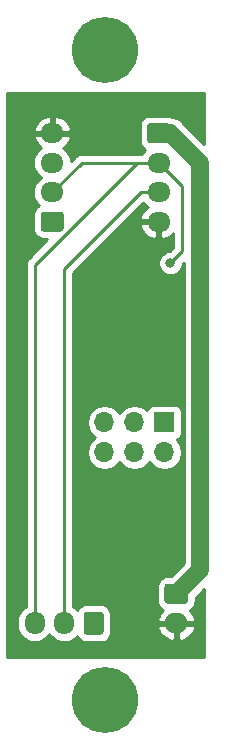
<source format=gbl>
G04 #@! TF.GenerationSoftware,KiCad,Pcbnew,5.1.9+dfsg1-1*
G04 #@! TF.CreationDate,2022-11-10T16:02:49+09:00*
G04 #@! TF.ProjectId,fan-expander,66616e2d-6578-4706-916e-6465722e6b69,rev?*
G04 #@! TF.SameCoordinates,Original*
G04 #@! TF.FileFunction,Copper,L2,Bot*
G04 #@! TF.FilePolarity,Positive*
%FSLAX46Y46*%
G04 Gerber Fmt 4.6, Leading zero omitted, Abs format (unit mm)*
G04 Created by KiCad (PCBNEW 5.1.9+dfsg1-1) date 2022-11-10 16:02:49*
%MOMM*%
%LPD*%
G01*
G04 APERTURE LIST*
G04 #@! TA.AperFunction,ComponentPad*
%ADD10C,5.600000*%
G04 #@! TD*
G04 #@! TA.AperFunction,ComponentPad*
%ADD11O,2.000000X1.700000*%
G04 #@! TD*
G04 #@! TA.AperFunction,ComponentPad*
%ADD12O,1.700000X1.950000*%
G04 #@! TD*
G04 #@! TA.AperFunction,ComponentPad*
%ADD13O,1.950000X1.700000*%
G04 #@! TD*
G04 #@! TA.AperFunction,ComponentPad*
%ADD14R,1.700000X1.700000*%
G04 #@! TD*
G04 #@! TA.AperFunction,ComponentPad*
%ADD15O,1.700000X1.700000*%
G04 #@! TD*
G04 #@! TA.AperFunction,ViaPad*
%ADD16C,0.800000*%
G04 #@! TD*
G04 #@! TA.AperFunction,Conductor*
%ADD17C,1.500000*%
G04 #@! TD*
G04 #@! TA.AperFunction,Conductor*
%ADD18C,0.250000*%
G04 #@! TD*
G04 #@! TA.AperFunction,Conductor*
%ADD19C,0.254000*%
G04 #@! TD*
G04 #@! TA.AperFunction,Conductor*
%ADD20C,0.100000*%
G04 #@! TD*
G04 APERTURE END LIST*
D10*
X150000000Y-50000000D03*
X150000000Y-105000000D03*
G04 #@! TA.AperFunction,ComponentPad*
G36*
G01*
X155250000Y-95150000D02*
X156750000Y-95150000D01*
G75*
G02*
X157000000Y-95400000I0J-250000D01*
G01*
X157000000Y-96600000D01*
G75*
G02*
X156750000Y-96850000I-250000J0D01*
G01*
X155250000Y-96850000D01*
G75*
G02*
X155000000Y-96600000I0J250000D01*
G01*
X155000000Y-95400000D01*
G75*
G02*
X155250000Y-95150000I250000J0D01*
G01*
G37*
G04 #@! TD.AperFunction*
D11*
X156000000Y-98500000D03*
G04 #@! TA.AperFunction,ComponentPad*
G36*
G01*
X149850000Y-97775000D02*
X149850000Y-99225000D01*
G75*
G02*
X149600000Y-99475000I-250000J0D01*
G01*
X148400000Y-99475000D01*
G75*
G02*
X148150000Y-99225000I0J250000D01*
G01*
X148150000Y-97775000D01*
G75*
G02*
X148400000Y-97525000I250000J0D01*
G01*
X149600000Y-97525000D01*
G75*
G02*
X149850000Y-97775000I0J-250000D01*
G01*
G37*
G04 #@! TD.AperFunction*
D12*
X146500000Y-98500000D03*
X144000000Y-98500000D03*
G04 #@! TA.AperFunction,ComponentPad*
G36*
G01*
X146225000Y-65350000D02*
X144775000Y-65350000D01*
G75*
G02*
X144525000Y-65100000I0J250000D01*
G01*
X144525000Y-63900000D01*
G75*
G02*
X144775000Y-63650000I250000J0D01*
G01*
X146225000Y-63650000D01*
G75*
G02*
X146475000Y-63900000I0J-250000D01*
G01*
X146475000Y-65100000D01*
G75*
G02*
X146225000Y-65350000I-250000J0D01*
G01*
G37*
G04 #@! TD.AperFunction*
D13*
X145500000Y-62000000D03*
X145500000Y-59500000D03*
X145500000Y-57000000D03*
X154500000Y-64500000D03*
X154500000Y-62000000D03*
X154500000Y-59500000D03*
G04 #@! TA.AperFunction,ComponentPad*
G36*
G01*
X153775000Y-56150000D02*
X155225000Y-56150000D01*
G75*
G02*
X155475000Y-56400000I0J-250000D01*
G01*
X155475000Y-57600000D01*
G75*
G02*
X155225000Y-57850000I-250000J0D01*
G01*
X153775000Y-57850000D01*
G75*
G02*
X153525000Y-57600000I0J250000D01*
G01*
X153525000Y-56400000D01*
G75*
G02*
X153775000Y-56150000I250000J0D01*
G01*
G37*
G04 #@! TD.AperFunction*
D14*
X155000000Y-81500000D03*
D15*
X155000000Y-84040000D03*
X152460000Y-81500000D03*
X152460000Y-84040000D03*
X149920000Y-81500000D03*
X149920000Y-84040000D03*
D16*
X155500000Y-68000000D03*
D17*
X155475000Y-57000000D02*
X158000000Y-59525000D01*
X154500000Y-57000000D02*
X155475000Y-57000000D01*
X158000000Y-94000000D02*
X156000000Y-96000000D01*
X158000000Y-59525000D02*
X158000000Y-94000000D01*
D18*
X148000000Y-59500000D02*
X145500000Y-62000000D01*
X152638190Y-59500000D02*
X153000000Y-59500000D01*
X144000000Y-68138190D02*
X152638190Y-59500000D01*
X144000000Y-98500000D02*
X144000000Y-68138190D01*
X153000000Y-59500000D02*
X148000000Y-59500000D01*
X154500000Y-59500000D02*
X153000000Y-59500000D01*
X155500000Y-68000000D02*
X156500000Y-67000000D01*
X156500000Y-61500000D02*
X154500000Y-59500000D01*
X156500000Y-67000000D02*
X156500000Y-61500000D01*
X146500000Y-98500000D02*
X146500000Y-68500000D01*
X153000000Y-62000000D02*
X154500000Y-62000000D01*
X146500000Y-68500000D02*
X153000000Y-62000000D01*
D19*
X158340001Y-57906315D02*
X156502454Y-56068769D01*
X156459081Y-56015919D01*
X156248188Y-55842843D01*
X156007581Y-55714236D01*
X155746507Y-55635040D01*
X155651131Y-55625646D01*
X155564850Y-55579528D01*
X155398254Y-55528992D01*
X155225000Y-55511928D01*
X153775000Y-55511928D01*
X153601746Y-55528992D01*
X153435150Y-55579528D01*
X153281614Y-55661595D01*
X153147038Y-55772038D01*
X153036595Y-55906614D01*
X152954528Y-56060150D01*
X152903992Y-56226746D01*
X152886928Y-56400000D01*
X152886928Y-57600000D01*
X152903992Y-57773254D01*
X152954528Y-57939850D01*
X153036595Y-58093386D01*
X153147038Y-58227962D01*
X153281614Y-58338405D01*
X153383337Y-58392777D01*
X153319866Y-58444866D01*
X153134294Y-58670986D01*
X153097405Y-58740000D01*
X152675512Y-58740000D01*
X152638189Y-58736324D01*
X152600866Y-58740000D01*
X148037323Y-58740000D01*
X148000000Y-58736324D01*
X147962677Y-58740000D01*
X147962667Y-58740000D01*
X147851014Y-58750997D01*
X147707753Y-58794454D01*
X147575723Y-58865026D01*
X147497813Y-58928966D01*
X147459999Y-58959999D01*
X147436201Y-58988997D01*
X147099971Y-59325227D01*
X147088513Y-59208889D01*
X147003599Y-58928966D01*
X146865706Y-58670986D01*
X146680134Y-58444866D01*
X146454014Y-58259294D01*
X146428278Y-58245538D01*
X146634429Y-58089049D01*
X146827496Y-57871193D01*
X146974352Y-57619858D01*
X147066476Y-57356890D01*
X146945155Y-57127000D01*
X145627000Y-57127000D01*
X145627000Y-57147000D01*
X145373000Y-57147000D01*
X145373000Y-57127000D01*
X144054845Y-57127000D01*
X143933524Y-57356890D01*
X144025648Y-57619858D01*
X144172504Y-57871193D01*
X144365571Y-58089049D01*
X144571722Y-58245538D01*
X144545986Y-58259294D01*
X144319866Y-58444866D01*
X144134294Y-58670986D01*
X143996401Y-58928966D01*
X143911487Y-59208889D01*
X143882815Y-59500000D01*
X143911487Y-59791111D01*
X143996401Y-60071034D01*
X144134294Y-60329014D01*
X144319866Y-60555134D01*
X144545986Y-60740706D01*
X144563374Y-60750000D01*
X144545986Y-60759294D01*
X144319866Y-60944866D01*
X144134294Y-61170986D01*
X143996401Y-61428966D01*
X143911487Y-61708889D01*
X143882815Y-62000000D01*
X143911487Y-62291111D01*
X143996401Y-62571034D01*
X144134294Y-62829014D01*
X144319866Y-63055134D01*
X144383337Y-63107223D01*
X144281614Y-63161595D01*
X144147038Y-63272038D01*
X144036595Y-63406614D01*
X143954528Y-63560150D01*
X143903992Y-63726746D01*
X143886928Y-63900000D01*
X143886928Y-65100000D01*
X143903992Y-65273254D01*
X143954528Y-65439850D01*
X144036595Y-65593386D01*
X144147038Y-65727962D01*
X144281614Y-65838405D01*
X144435150Y-65920472D01*
X144601746Y-65971008D01*
X144775000Y-65988072D01*
X145075317Y-65988072D01*
X143488998Y-67574391D01*
X143460000Y-67598189D01*
X143436202Y-67627187D01*
X143436201Y-67627188D01*
X143365026Y-67713914D01*
X143294454Y-67845944D01*
X143292916Y-67851015D01*
X143251061Y-67988998D01*
X143250998Y-67989205D01*
X143236324Y-68138190D01*
X143240001Y-68175523D01*
X143240000Y-97097406D01*
X143170987Y-97134294D01*
X142944866Y-97319866D01*
X142759294Y-97545986D01*
X142621401Y-97803966D01*
X142536487Y-98083889D01*
X142515000Y-98302050D01*
X142515000Y-98697949D01*
X142536487Y-98916110D01*
X142621401Y-99196033D01*
X142759294Y-99454013D01*
X142944866Y-99680134D01*
X143170986Y-99865706D01*
X143428966Y-100003599D01*
X143708889Y-100088513D01*
X144000000Y-100117185D01*
X144291110Y-100088513D01*
X144571033Y-100003599D01*
X144829013Y-99865706D01*
X145055134Y-99680134D01*
X145240706Y-99454014D01*
X145250000Y-99436626D01*
X145259294Y-99454013D01*
X145444866Y-99680134D01*
X145670986Y-99865706D01*
X145928966Y-100003599D01*
X146208889Y-100088513D01*
X146500000Y-100117185D01*
X146791110Y-100088513D01*
X147071033Y-100003599D01*
X147329013Y-99865706D01*
X147555134Y-99680134D01*
X147607223Y-99616663D01*
X147661595Y-99718386D01*
X147772038Y-99852962D01*
X147906614Y-99963405D01*
X148060150Y-100045472D01*
X148226746Y-100096008D01*
X148400000Y-100113072D01*
X149600000Y-100113072D01*
X149773254Y-100096008D01*
X149939850Y-100045472D01*
X150093386Y-99963405D01*
X150227962Y-99852962D01*
X150338405Y-99718386D01*
X150420472Y-99564850D01*
X150471008Y-99398254D01*
X150488072Y-99225000D01*
X150488072Y-98856890D01*
X154408524Y-98856890D01*
X154410446Y-98869261D01*
X154510146Y-99143009D01*
X154661336Y-99392046D01*
X154858205Y-99606802D01*
X155093188Y-99779025D01*
X155357255Y-99902096D01*
X155640258Y-99971285D01*
X155873000Y-99827232D01*
X155873000Y-98627000D01*
X156127000Y-98627000D01*
X156127000Y-99827232D01*
X156359742Y-99971285D01*
X156642745Y-99902096D01*
X156906812Y-99779025D01*
X157141795Y-99606802D01*
X157338664Y-99392046D01*
X157489854Y-99143009D01*
X157589554Y-98869261D01*
X157591476Y-98856890D01*
X157470155Y-98627000D01*
X156127000Y-98627000D01*
X155873000Y-98627000D01*
X154529845Y-98627000D01*
X154408524Y-98856890D01*
X150488072Y-98856890D01*
X150488072Y-97775000D01*
X150471008Y-97601746D01*
X150420472Y-97435150D01*
X150338405Y-97281614D01*
X150227962Y-97147038D01*
X150093386Y-97036595D01*
X149939850Y-96954528D01*
X149773254Y-96903992D01*
X149600000Y-96886928D01*
X148400000Y-96886928D01*
X148226746Y-96903992D01*
X148060150Y-96954528D01*
X147906614Y-97036595D01*
X147772038Y-97147038D01*
X147661595Y-97281614D01*
X147607223Y-97383337D01*
X147555134Y-97319866D01*
X147329014Y-97134294D01*
X147260000Y-97097405D01*
X147260000Y-81353740D01*
X148435000Y-81353740D01*
X148435000Y-81646260D01*
X148492068Y-81933158D01*
X148604010Y-82203411D01*
X148766525Y-82446632D01*
X148973368Y-82653475D01*
X149147760Y-82770000D01*
X148973368Y-82886525D01*
X148766525Y-83093368D01*
X148604010Y-83336589D01*
X148492068Y-83606842D01*
X148435000Y-83893740D01*
X148435000Y-84186260D01*
X148492068Y-84473158D01*
X148604010Y-84743411D01*
X148766525Y-84986632D01*
X148973368Y-85193475D01*
X149216589Y-85355990D01*
X149486842Y-85467932D01*
X149773740Y-85525000D01*
X150066260Y-85525000D01*
X150353158Y-85467932D01*
X150623411Y-85355990D01*
X150866632Y-85193475D01*
X151073475Y-84986632D01*
X151190000Y-84812240D01*
X151306525Y-84986632D01*
X151513368Y-85193475D01*
X151756589Y-85355990D01*
X152026842Y-85467932D01*
X152313740Y-85525000D01*
X152606260Y-85525000D01*
X152893158Y-85467932D01*
X153163411Y-85355990D01*
X153406632Y-85193475D01*
X153613475Y-84986632D01*
X153730000Y-84812240D01*
X153846525Y-84986632D01*
X154053368Y-85193475D01*
X154296589Y-85355990D01*
X154566842Y-85467932D01*
X154853740Y-85525000D01*
X155146260Y-85525000D01*
X155433158Y-85467932D01*
X155703411Y-85355990D01*
X155946632Y-85193475D01*
X156153475Y-84986632D01*
X156315990Y-84743411D01*
X156427932Y-84473158D01*
X156485000Y-84186260D01*
X156485000Y-83893740D01*
X156427932Y-83606842D01*
X156315990Y-83336589D01*
X156153475Y-83093368D01*
X156021620Y-82961513D01*
X156094180Y-82939502D01*
X156204494Y-82880537D01*
X156301185Y-82801185D01*
X156380537Y-82704494D01*
X156439502Y-82594180D01*
X156475812Y-82474482D01*
X156488072Y-82350000D01*
X156488072Y-80650000D01*
X156475812Y-80525518D01*
X156439502Y-80405820D01*
X156380537Y-80295506D01*
X156301185Y-80198815D01*
X156204494Y-80119463D01*
X156094180Y-80060498D01*
X155974482Y-80024188D01*
X155850000Y-80011928D01*
X154150000Y-80011928D01*
X154025518Y-80024188D01*
X153905820Y-80060498D01*
X153795506Y-80119463D01*
X153698815Y-80198815D01*
X153619463Y-80295506D01*
X153560498Y-80405820D01*
X153538487Y-80478380D01*
X153406632Y-80346525D01*
X153163411Y-80184010D01*
X152893158Y-80072068D01*
X152606260Y-80015000D01*
X152313740Y-80015000D01*
X152026842Y-80072068D01*
X151756589Y-80184010D01*
X151513368Y-80346525D01*
X151306525Y-80553368D01*
X151190000Y-80727760D01*
X151073475Y-80553368D01*
X150866632Y-80346525D01*
X150623411Y-80184010D01*
X150353158Y-80072068D01*
X150066260Y-80015000D01*
X149773740Y-80015000D01*
X149486842Y-80072068D01*
X149216589Y-80184010D01*
X148973368Y-80346525D01*
X148766525Y-80553368D01*
X148604010Y-80796589D01*
X148492068Y-81066842D01*
X148435000Y-81353740D01*
X147260000Y-81353740D01*
X147260000Y-68814801D01*
X151217911Y-64856890D01*
X152933524Y-64856890D01*
X153025648Y-65119858D01*
X153172504Y-65371193D01*
X153365571Y-65589049D01*
X153597430Y-65765053D01*
X153859170Y-65892442D01*
X154140733Y-65966320D01*
X154373000Y-65826165D01*
X154373000Y-64627000D01*
X153054845Y-64627000D01*
X152933524Y-64856890D01*
X151217911Y-64856890D01*
X153184550Y-62890252D01*
X153319866Y-63055134D01*
X153545986Y-63240706D01*
X153571722Y-63254462D01*
X153365571Y-63410951D01*
X153172504Y-63628807D01*
X153025648Y-63880142D01*
X152933524Y-64143110D01*
X153054845Y-64373000D01*
X154373000Y-64373000D01*
X154373000Y-64353000D01*
X154627000Y-64353000D01*
X154627000Y-64373000D01*
X154647000Y-64373000D01*
X154647000Y-64627000D01*
X154627000Y-64627000D01*
X154627000Y-65826165D01*
X154859267Y-65966320D01*
X155140830Y-65892442D01*
X155402570Y-65765053D01*
X155634429Y-65589049D01*
X155740000Y-65469923D01*
X155740000Y-66685198D01*
X155460199Y-66965000D01*
X155398061Y-66965000D01*
X155198102Y-67004774D01*
X155009744Y-67082795D01*
X154840226Y-67196063D01*
X154696063Y-67340226D01*
X154582795Y-67509744D01*
X154504774Y-67698102D01*
X154465000Y-67898061D01*
X154465000Y-68101939D01*
X154504774Y-68301898D01*
X154582795Y-68490256D01*
X154696063Y-68659774D01*
X154840226Y-68803937D01*
X155009744Y-68917205D01*
X155198102Y-68995226D01*
X155398061Y-69035000D01*
X155601939Y-69035000D01*
X155801898Y-68995226D01*
X155990256Y-68917205D01*
X156159774Y-68803937D01*
X156303937Y-68659774D01*
X156417205Y-68490256D01*
X156495226Y-68301898D01*
X156535000Y-68101939D01*
X156535000Y-68039801D01*
X156615000Y-67959801D01*
X156615001Y-93426313D01*
X155529387Y-94511928D01*
X155250000Y-94511928D01*
X155076746Y-94528992D01*
X154910150Y-94579528D01*
X154756614Y-94661595D01*
X154622038Y-94772038D01*
X154511595Y-94906614D01*
X154429528Y-95060150D01*
X154378992Y-95226746D01*
X154361928Y-95400000D01*
X154361928Y-96600000D01*
X154378992Y-96773254D01*
X154429528Y-96939850D01*
X154511595Y-97093386D01*
X154622038Y-97227962D01*
X154756614Y-97338405D01*
X154858593Y-97392914D01*
X154858205Y-97393198D01*
X154661336Y-97607954D01*
X154510146Y-97856991D01*
X154410446Y-98130739D01*
X154408524Y-98143110D01*
X154529845Y-98373000D01*
X155873000Y-98373000D01*
X155873000Y-98353000D01*
X156127000Y-98353000D01*
X156127000Y-98373000D01*
X157470155Y-98373000D01*
X157591476Y-98143110D01*
X157589554Y-98130739D01*
X157489854Y-97856991D01*
X157338664Y-97607954D01*
X157141795Y-97393198D01*
X157141407Y-97392914D01*
X157243386Y-97338405D01*
X157377962Y-97227962D01*
X157488405Y-97093386D01*
X157570472Y-96939850D01*
X157621008Y-96773254D01*
X157638072Y-96600000D01*
X157638072Y-96320613D01*
X158340000Y-95618686D01*
X158340000Y-101373000D01*
X141660000Y-101373000D01*
X141660000Y-56643110D01*
X143933524Y-56643110D01*
X144054845Y-56873000D01*
X145373000Y-56873000D01*
X145373000Y-55673835D01*
X145627000Y-55673835D01*
X145627000Y-56873000D01*
X146945155Y-56873000D01*
X147066476Y-56643110D01*
X146974352Y-56380142D01*
X146827496Y-56128807D01*
X146634429Y-55910951D01*
X146402570Y-55734947D01*
X146140830Y-55607558D01*
X145859267Y-55533680D01*
X145627000Y-55673835D01*
X145373000Y-55673835D01*
X145140733Y-55533680D01*
X144859170Y-55607558D01*
X144597430Y-55734947D01*
X144365571Y-55910951D01*
X144172504Y-56128807D01*
X144025648Y-56380142D01*
X143933524Y-56643110D01*
X141660000Y-56643110D01*
X141660000Y-53627000D01*
X158340001Y-53627000D01*
X158340001Y-57906315D01*
G04 #@! TA.AperFunction,Conductor*
D20*
G36*
X158340001Y-57906315D02*
G01*
X156502454Y-56068769D01*
X156459081Y-56015919D01*
X156248188Y-55842843D01*
X156007581Y-55714236D01*
X155746507Y-55635040D01*
X155651131Y-55625646D01*
X155564850Y-55579528D01*
X155398254Y-55528992D01*
X155225000Y-55511928D01*
X153775000Y-55511928D01*
X153601746Y-55528992D01*
X153435150Y-55579528D01*
X153281614Y-55661595D01*
X153147038Y-55772038D01*
X153036595Y-55906614D01*
X152954528Y-56060150D01*
X152903992Y-56226746D01*
X152886928Y-56400000D01*
X152886928Y-57600000D01*
X152903992Y-57773254D01*
X152954528Y-57939850D01*
X153036595Y-58093386D01*
X153147038Y-58227962D01*
X153281614Y-58338405D01*
X153383337Y-58392777D01*
X153319866Y-58444866D01*
X153134294Y-58670986D01*
X153097405Y-58740000D01*
X152675512Y-58740000D01*
X152638189Y-58736324D01*
X152600866Y-58740000D01*
X148037323Y-58740000D01*
X148000000Y-58736324D01*
X147962677Y-58740000D01*
X147962667Y-58740000D01*
X147851014Y-58750997D01*
X147707753Y-58794454D01*
X147575723Y-58865026D01*
X147497813Y-58928966D01*
X147459999Y-58959999D01*
X147436201Y-58988997D01*
X147099971Y-59325227D01*
X147088513Y-59208889D01*
X147003599Y-58928966D01*
X146865706Y-58670986D01*
X146680134Y-58444866D01*
X146454014Y-58259294D01*
X146428278Y-58245538D01*
X146634429Y-58089049D01*
X146827496Y-57871193D01*
X146974352Y-57619858D01*
X147066476Y-57356890D01*
X146945155Y-57127000D01*
X145627000Y-57127000D01*
X145627000Y-57147000D01*
X145373000Y-57147000D01*
X145373000Y-57127000D01*
X144054845Y-57127000D01*
X143933524Y-57356890D01*
X144025648Y-57619858D01*
X144172504Y-57871193D01*
X144365571Y-58089049D01*
X144571722Y-58245538D01*
X144545986Y-58259294D01*
X144319866Y-58444866D01*
X144134294Y-58670986D01*
X143996401Y-58928966D01*
X143911487Y-59208889D01*
X143882815Y-59500000D01*
X143911487Y-59791111D01*
X143996401Y-60071034D01*
X144134294Y-60329014D01*
X144319866Y-60555134D01*
X144545986Y-60740706D01*
X144563374Y-60750000D01*
X144545986Y-60759294D01*
X144319866Y-60944866D01*
X144134294Y-61170986D01*
X143996401Y-61428966D01*
X143911487Y-61708889D01*
X143882815Y-62000000D01*
X143911487Y-62291111D01*
X143996401Y-62571034D01*
X144134294Y-62829014D01*
X144319866Y-63055134D01*
X144383337Y-63107223D01*
X144281614Y-63161595D01*
X144147038Y-63272038D01*
X144036595Y-63406614D01*
X143954528Y-63560150D01*
X143903992Y-63726746D01*
X143886928Y-63900000D01*
X143886928Y-65100000D01*
X143903992Y-65273254D01*
X143954528Y-65439850D01*
X144036595Y-65593386D01*
X144147038Y-65727962D01*
X144281614Y-65838405D01*
X144435150Y-65920472D01*
X144601746Y-65971008D01*
X144775000Y-65988072D01*
X145075317Y-65988072D01*
X143488998Y-67574391D01*
X143460000Y-67598189D01*
X143436202Y-67627187D01*
X143436201Y-67627188D01*
X143365026Y-67713914D01*
X143294454Y-67845944D01*
X143292916Y-67851015D01*
X143251061Y-67988998D01*
X143250998Y-67989205D01*
X143236324Y-68138190D01*
X143240001Y-68175523D01*
X143240000Y-97097406D01*
X143170987Y-97134294D01*
X142944866Y-97319866D01*
X142759294Y-97545986D01*
X142621401Y-97803966D01*
X142536487Y-98083889D01*
X142515000Y-98302050D01*
X142515000Y-98697949D01*
X142536487Y-98916110D01*
X142621401Y-99196033D01*
X142759294Y-99454013D01*
X142944866Y-99680134D01*
X143170986Y-99865706D01*
X143428966Y-100003599D01*
X143708889Y-100088513D01*
X144000000Y-100117185D01*
X144291110Y-100088513D01*
X144571033Y-100003599D01*
X144829013Y-99865706D01*
X145055134Y-99680134D01*
X145240706Y-99454014D01*
X145250000Y-99436626D01*
X145259294Y-99454013D01*
X145444866Y-99680134D01*
X145670986Y-99865706D01*
X145928966Y-100003599D01*
X146208889Y-100088513D01*
X146500000Y-100117185D01*
X146791110Y-100088513D01*
X147071033Y-100003599D01*
X147329013Y-99865706D01*
X147555134Y-99680134D01*
X147607223Y-99616663D01*
X147661595Y-99718386D01*
X147772038Y-99852962D01*
X147906614Y-99963405D01*
X148060150Y-100045472D01*
X148226746Y-100096008D01*
X148400000Y-100113072D01*
X149600000Y-100113072D01*
X149773254Y-100096008D01*
X149939850Y-100045472D01*
X150093386Y-99963405D01*
X150227962Y-99852962D01*
X150338405Y-99718386D01*
X150420472Y-99564850D01*
X150471008Y-99398254D01*
X150488072Y-99225000D01*
X150488072Y-98856890D01*
X154408524Y-98856890D01*
X154410446Y-98869261D01*
X154510146Y-99143009D01*
X154661336Y-99392046D01*
X154858205Y-99606802D01*
X155093188Y-99779025D01*
X155357255Y-99902096D01*
X155640258Y-99971285D01*
X155873000Y-99827232D01*
X155873000Y-98627000D01*
X156127000Y-98627000D01*
X156127000Y-99827232D01*
X156359742Y-99971285D01*
X156642745Y-99902096D01*
X156906812Y-99779025D01*
X157141795Y-99606802D01*
X157338664Y-99392046D01*
X157489854Y-99143009D01*
X157589554Y-98869261D01*
X157591476Y-98856890D01*
X157470155Y-98627000D01*
X156127000Y-98627000D01*
X155873000Y-98627000D01*
X154529845Y-98627000D01*
X154408524Y-98856890D01*
X150488072Y-98856890D01*
X150488072Y-97775000D01*
X150471008Y-97601746D01*
X150420472Y-97435150D01*
X150338405Y-97281614D01*
X150227962Y-97147038D01*
X150093386Y-97036595D01*
X149939850Y-96954528D01*
X149773254Y-96903992D01*
X149600000Y-96886928D01*
X148400000Y-96886928D01*
X148226746Y-96903992D01*
X148060150Y-96954528D01*
X147906614Y-97036595D01*
X147772038Y-97147038D01*
X147661595Y-97281614D01*
X147607223Y-97383337D01*
X147555134Y-97319866D01*
X147329014Y-97134294D01*
X147260000Y-97097405D01*
X147260000Y-81353740D01*
X148435000Y-81353740D01*
X148435000Y-81646260D01*
X148492068Y-81933158D01*
X148604010Y-82203411D01*
X148766525Y-82446632D01*
X148973368Y-82653475D01*
X149147760Y-82770000D01*
X148973368Y-82886525D01*
X148766525Y-83093368D01*
X148604010Y-83336589D01*
X148492068Y-83606842D01*
X148435000Y-83893740D01*
X148435000Y-84186260D01*
X148492068Y-84473158D01*
X148604010Y-84743411D01*
X148766525Y-84986632D01*
X148973368Y-85193475D01*
X149216589Y-85355990D01*
X149486842Y-85467932D01*
X149773740Y-85525000D01*
X150066260Y-85525000D01*
X150353158Y-85467932D01*
X150623411Y-85355990D01*
X150866632Y-85193475D01*
X151073475Y-84986632D01*
X151190000Y-84812240D01*
X151306525Y-84986632D01*
X151513368Y-85193475D01*
X151756589Y-85355990D01*
X152026842Y-85467932D01*
X152313740Y-85525000D01*
X152606260Y-85525000D01*
X152893158Y-85467932D01*
X153163411Y-85355990D01*
X153406632Y-85193475D01*
X153613475Y-84986632D01*
X153730000Y-84812240D01*
X153846525Y-84986632D01*
X154053368Y-85193475D01*
X154296589Y-85355990D01*
X154566842Y-85467932D01*
X154853740Y-85525000D01*
X155146260Y-85525000D01*
X155433158Y-85467932D01*
X155703411Y-85355990D01*
X155946632Y-85193475D01*
X156153475Y-84986632D01*
X156315990Y-84743411D01*
X156427932Y-84473158D01*
X156485000Y-84186260D01*
X156485000Y-83893740D01*
X156427932Y-83606842D01*
X156315990Y-83336589D01*
X156153475Y-83093368D01*
X156021620Y-82961513D01*
X156094180Y-82939502D01*
X156204494Y-82880537D01*
X156301185Y-82801185D01*
X156380537Y-82704494D01*
X156439502Y-82594180D01*
X156475812Y-82474482D01*
X156488072Y-82350000D01*
X156488072Y-80650000D01*
X156475812Y-80525518D01*
X156439502Y-80405820D01*
X156380537Y-80295506D01*
X156301185Y-80198815D01*
X156204494Y-80119463D01*
X156094180Y-80060498D01*
X155974482Y-80024188D01*
X155850000Y-80011928D01*
X154150000Y-80011928D01*
X154025518Y-80024188D01*
X153905820Y-80060498D01*
X153795506Y-80119463D01*
X153698815Y-80198815D01*
X153619463Y-80295506D01*
X153560498Y-80405820D01*
X153538487Y-80478380D01*
X153406632Y-80346525D01*
X153163411Y-80184010D01*
X152893158Y-80072068D01*
X152606260Y-80015000D01*
X152313740Y-80015000D01*
X152026842Y-80072068D01*
X151756589Y-80184010D01*
X151513368Y-80346525D01*
X151306525Y-80553368D01*
X151190000Y-80727760D01*
X151073475Y-80553368D01*
X150866632Y-80346525D01*
X150623411Y-80184010D01*
X150353158Y-80072068D01*
X150066260Y-80015000D01*
X149773740Y-80015000D01*
X149486842Y-80072068D01*
X149216589Y-80184010D01*
X148973368Y-80346525D01*
X148766525Y-80553368D01*
X148604010Y-80796589D01*
X148492068Y-81066842D01*
X148435000Y-81353740D01*
X147260000Y-81353740D01*
X147260000Y-68814801D01*
X151217911Y-64856890D01*
X152933524Y-64856890D01*
X153025648Y-65119858D01*
X153172504Y-65371193D01*
X153365571Y-65589049D01*
X153597430Y-65765053D01*
X153859170Y-65892442D01*
X154140733Y-65966320D01*
X154373000Y-65826165D01*
X154373000Y-64627000D01*
X153054845Y-64627000D01*
X152933524Y-64856890D01*
X151217911Y-64856890D01*
X153184550Y-62890252D01*
X153319866Y-63055134D01*
X153545986Y-63240706D01*
X153571722Y-63254462D01*
X153365571Y-63410951D01*
X153172504Y-63628807D01*
X153025648Y-63880142D01*
X152933524Y-64143110D01*
X153054845Y-64373000D01*
X154373000Y-64373000D01*
X154373000Y-64353000D01*
X154627000Y-64353000D01*
X154627000Y-64373000D01*
X154647000Y-64373000D01*
X154647000Y-64627000D01*
X154627000Y-64627000D01*
X154627000Y-65826165D01*
X154859267Y-65966320D01*
X155140830Y-65892442D01*
X155402570Y-65765053D01*
X155634429Y-65589049D01*
X155740000Y-65469923D01*
X155740000Y-66685198D01*
X155460199Y-66965000D01*
X155398061Y-66965000D01*
X155198102Y-67004774D01*
X155009744Y-67082795D01*
X154840226Y-67196063D01*
X154696063Y-67340226D01*
X154582795Y-67509744D01*
X154504774Y-67698102D01*
X154465000Y-67898061D01*
X154465000Y-68101939D01*
X154504774Y-68301898D01*
X154582795Y-68490256D01*
X154696063Y-68659774D01*
X154840226Y-68803937D01*
X155009744Y-68917205D01*
X155198102Y-68995226D01*
X155398061Y-69035000D01*
X155601939Y-69035000D01*
X155801898Y-68995226D01*
X155990256Y-68917205D01*
X156159774Y-68803937D01*
X156303937Y-68659774D01*
X156417205Y-68490256D01*
X156495226Y-68301898D01*
X156535000Y-68101939D01*
X156535000Y-68039801D01*
X156615000Y-67959801D01*
X156615001Y-93426313D01*
X155529387Y-94511928D01*
X155250000Y-94511928D01*
X155076746Y-94528992D01*
X154910150Y-94579528D01*
X154756614Y-94661595D01*
X154622038Y-94772038D01*
X154511595Y-94906614D01*
X154429528Y-95060150D01*
X154378992Y-95226746D01*
X154361928Y-95400000D01*
X154361928Y-96600000D01*
X154378992Y-96773254D01*
X154429528Y-96939850D01*
X154511595Y-97093386D01*
X154622038Y-97227962D01*
X154756614Y-97338405D01*
X154858593Y-97392914D01*
X154858205Y-97393198D01*
X154661336Y-97607954D01*
X154510146Y-97856991D01*
X154410446Y-98130739D01*
X154408524Y-98143110D01*
X154529845Y-98373000D01*
X155873000Y-98373000D01*
X155873000Y-98353000D01*
X156127000Y-98353000D01*
X156127000Y-98373000D01*
X157470155Y-98373000D01*
X157591476Y-98143110D01*
X157589554Y-98130739D01*
X157489854Y-97856991D01*
X157338664Y-97607954D01*
X157141795Y-97393198D01*
X157141407Y-97392914D01*
X157243386Y-97338405D01*
X157377962Y-97227962D01*
X157488405Y-97093386D01*
X157570472Y-96939850D01*
X157621008Y-96773254D01*
X157638072Y-96600000D01*
X157638072Y-96320613D01*
X158340000Y-95618686D01*
X158340000Y-101373000D01*
X141660000Y-101373000D01*
X141660000Y-56643110D01*
X143933524Y-56643110D01*
X144054845Y-56873000D01*
X145373000Y-56873000D01*
X145373000Y-55673835D01*
X145627000Y-55673835D01*
X145627000Y-56873000D01*
X146945155Y-56873000D01*
X147066476Y-56643110D01*
X146974352Y-56380142D01*
X146827496Y-56128807D01*
X146634429Y-55910951D01*
X146402570Y-55734947D01*
X146140830Y-55607558D01*
X145859267Y-55533680D01*
X145627000Y-55673835D01*
X145373000Y-55673835D01*
X145140733Y-55533680D01*
X144859170Y-55607558D01*
X144597430Y-55734947D01*
X144365571Y-55910951D01*
X144172504Y-56128807D01*
X144025648Y-56380142D01*
X143933524Y-56643110D01*
X141660000Y-56643110D01*
X141660000Y-53627000D01*
X158340001Y-53627000D01*
X158340001Y-57906315D01*
G37*
G04 #@! TD.AperFunction*
M02*

</source>
